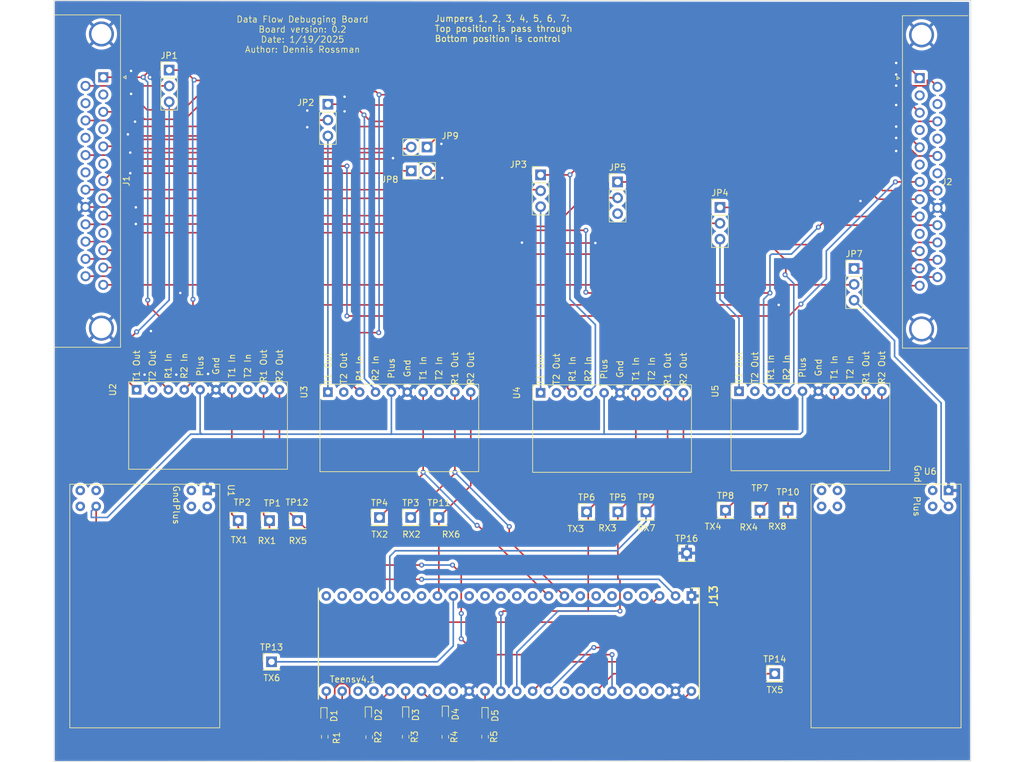
<source format=kicad_pcb>
(kicad_pcb (version 20240108) (generator "pcbnew") (generator_version "8.0")
  (title_block (title "DataFlow2.0") (date "2024-11-10") (rev "Rev0.1") (company "Innovion") (comment 1 "Second attempt at making a PCB") (comment 4 "Author: Dennis Rossman"))
  (layers (0 "F.Cu" signal) (31 "B.Cu" signal) (34 "B.Paste" user) (35 "F.Paste" user) (36 "B.SilkS" user "B.Silkscreen") (37 "F.SilkS" user "F.Silkscreen") (38 "B.Mask" user) (39 "F.Mask" user) (44 "Edge.Cuts" user))
  (net 0 "")
  (net 1 "/RX1")
  (net 2 "Net-(J1-P23)")
  (net 3 "/TX1")
  (net 5 "/RX2")
  (net 6 "/TX2")
  (net 7 "/RX6")
  (net 8 "/RX5")
  (net 9 "Net-(U2-R1_In)")
  (net 10 "/TX5")
  (net 11 "/RX4")
  (net 12 "/TX4")
  (net 13 "/RX3")
  (net 14 "/TX3")
  (net 32 "Net-(D1-K)")
  (net 33 "Net-(J1-P16)")
  (net 36 "Net-(D2-K)")
  (net 37 "Net-(D5-K)")
  (net 38 "Net-(D3-K)")
  (net 41 "Net-(D4-K)")
  (net 47 "Net-(JP9-B)")
  (net 51 "Net-(U3-R1_In)")
  (net 52 "Net-(J1-P22)")
  (net 55 "Net-(JP5-C)")
  (net 56 "Net-(J1-P14)")
  (net 57 "GND")
  (net 58 "Net-(J1-P20)")
  (net 60 "Net-(J1-P18)")
  (net 61 "Net-(U4-R1_In)")
  (net 64 "Net-(U5-R1_In)")
  (net 66 "Net-(J2-P23)")
  (net 68 "Net-(J2-P22)")
  (net 70 "Net-(JP5-A)")
  (net 71 "Net-(J2-P14)")
  (net 75 "Net-(JP9-A)")
  (net 78 "Net-(J2-P18)")
  (net 79 "Net-(J2-P20)")
  (net 80 "Net-(J2-P16)")
  (net 81 "5V")
  (net 82 "Net-(U5-R2_Out)")
  (net 83 "Net-(J13-Pad16)")
  (net 84 "3V3")
  (net 85 "Net-(U4-R2_Out)")
  (net 86 "Net-(JP1-B)")
  (net 87 "Net-(JP2-B)")
  (net 88 "Net-(JP3-B)")
  (net 89 "Net-(JP4-B)")
  (net 107 "Net-(D1-A)")
  (net 108 "Net-(D2-A)")
  (net 109 "Net-(D3-A)")
  (net 110 "Net-(D4-A)")
  (net 111 "Net-(D5-A)")
  (footprint "Resistor_SMD:R_0603_1608Metric" (layer "F.Cu") (at 71.628 131.064 -90)
    (property "Reference" "R2")
    (property "Value" "1k")
  )
  (footprint "Connector_PinHeader_2.54mm:PinHeader_1x03_P2.54mm_Vertical" (layer "F.Cu") (at 111.379 42.164)
    (property "Reference" "JP5")
    (property "Value" "Jumper_3_Bridged12" (hide yes))
  )
  (footprint "Connector_PinHeader_2.54mm:PinHeader_1x01_P2.54mm_Vertical" (layer "F.Cu") (at 115.926 94.996)
    (property "Reference" "TP9")
    (property "Value" "RX7")
  )
  (footprint "Resistor_SMD:R_0603_1608Metric" (layer "F.Cu") (at 64.516 131 -90)
    (property "Reference" "R1")
    (property "Value" "1k")
  )
  (footprint "Misc:PowerPal" (layer "F.Cu") (at 164.338 91.567 -90)
    (property "Reference" "U6")
    (property "Value" "Power")
  )
  (footprint "Connector_PinHeader_2.54mm:PinHeader_1x03_P2.54mm_Vertical" (layer "F.Cu") (at 39.624 24.257)
    (property "Reference" "JP1")
    (property "Value" "Jumper3" (hide yes))
  )
  (footprint "Connector_PinHeader_2.54mm:PinHeader_1x01_P2.54mm_Vertical" (layer "F.Cu") (at 138.651 94.742)
    (property "Reference" "TP10")
    (property "Value" "RX8")
  )
  (footprint "Misc:Max3232" (layer "F.Cu") (at 99.06 75.931 90)
    (property "Reference" "U4")
    (property "Value" "~")
  )
  (footprint "Connector_PinHeader_2.54mm:PinHeader_1x03_P2.54mm_Vertical" (layer "F.Cu") (at 127.762 46.243)
    (property "Reference" "JP4")
    (property "Value" "Jumper3" (hide yes))
  )
  (footprint "Resistor_SMD:R_0603_1608Metric" (layer "F.Cu") (at 90.17 131.001 -90)
    (property "Reference" "R5")
    (property "Value" "1k")
  )
  (footprint "Connector_PinHeader_2.54mm:PinHeader_1x01_P2.54mm_Vertical" (layer "F.Cu") (at 50.673 96.393)
    (property "Reference" "TP2")
    (property "Value" "TX1")
  )
  (footprint "digikey-footprints:LED_0603" (layer "F.Cu") (at 64.389 127.647 -90)
    (property "Reference" "D1")
    (property "Value" "Dose")
  )
  (footprint "digikey-footprints:LED_0603" (layer "F.Cu") (at 71.501 127.508 -90)
    (property "Reference" "D2")
    (property "Value" "AMU")
  )
  (footprint "Connector_Dsub:DSUB-25_Male_Horizontal_P2.77x2.84mm_EdgePinOffset4.94mm_Housed_MountingHolesOffset7.48mm" (layer "F.Cu") (at 29.083 25.4 -90)
    (property "Reference" "J1")
    (property "Value" "DB25_Plug_MountingHoles_Male")
  )
  (footprint "digikey-footprints:LED_0603" (layer "F.Cu") (at 90.17 127.623 -90)
    (property "Reference" "D5")
    (property "Value" "ES")
  )
  (footprint "Connector_Dsub:DSUB-25_Female_Horizontal_P2.77x2.84mm_EdgePinOffset4.94mm_Housed_MountingHolesOffset7.48mm" (layer "F.Cu") (at 159.72 25.539 90)
    (property "Reference" "J2")
    (property "Value" "DB25_Receptacle_MountingHoles_Female")
  )
  (footprint "Connector_PinHeader_2.54mm:PinHeader_1x01_P2.54mm_Vertical" (layer "F.Cu") (at 55.673 96.393)
    (property "Reference" "TP1")
    (property "Value" "RX1")
  )
  (footprint "digikey-footprints:LED_0603" (layer "F.Cu") (at 83.82 127.393 -90)
    (property "Reference" "D4")
    (property "Value" "Vac")
  )
  (footprint "Connector_PinHeader_2.54mm:PinHeader_1x01_P2.54mm_Vertical" (layer "F.Cu") (at 78.279 95.885)
    (property "Reference" "TP3")
    (property "Value" "RX2")
  )
  (footprint "Misc:PowerPal" (layer "F.Cu") (at 45.72 91.567 -90)
    (property "Reference" "U1")
    (property "Value" "Power")
  )
  (footprint "Connector_PinHeader_2.54mm:PinHeader_1x01_P2.54mm_Vertical" (layer "F.Cu") (at 82.779 95.885)
    (property "Reference" "TP11")
    (property "Value" "RX6")
  )
  (footprint "110-43-648-41-001000:DIPS1524W51P254L6096H419Q48N" (layer "F.Cu") (at 123.19 108.458 -90)
    (property "Reference" "J13")
    (property "Value" "110-43-648-41-001000" (hide yes))
  )
  (footprint "Connector_PinHeader_2.54mm:PinHeader_1x01_P2.54mm_Vertical" (layer "F.Cu") (at 136.525 120.904)
    (property "Reference" "TP14")
    (property "Value" "TX5")
  )
  (footprint "Resistor_SMD:R_0603_1608Metric" (layer "F.Cu") (at 83.82 131.012 -90)
    (property "Reference" "R4")
    (property "Value" "1k")
  )
  (footprint "Resistor_SMD:R_0603_1608Metric" (layer "F.Cu") (at 77.47 131 -90)
    (property "Reference" "R3")
    (property "Value" "1k")
  )
  (footprint "Misc:Max3232" (layer "F.Cu") (at 34.417 75.438 90)
    (property "Reference" "U2")
    (property "Value" "~")
  )
  (footprint "Connector_PinHeader_2.54mm:PinHeader_1x01_P2.54mm_Vertical" (layer "F.Cu") (at 111.426 94.996)
    (property "Reference" "TP5")
    (property "Value" "RX3")
  )
  (footprint "Connector_PinHeader_2.54mm:PinHeader_1x01_P2.54mm_Vertical" (layer "F.Cu") (at 122.428 101.6)
    (property "Reference" "TP16")
    (property "Value" "GND")
  )
  (footprint "Connector_PinHeader_2.54mm:PinHeader_1x02_P2.54mm_Vertical" (layer "F.Cu") (at 80.899 36.576 -90)
    (property "Reference" "JP9")
    (property "Value" "Jumper_2_Bridged" (hide yes))
  )
  (footprint "Misc:Max3232" (layer "F.Cu") (at 130.81 75.677 90)
    (property "Reference" "U5")
    (property "Value" "~")
  )
  (footprint "Connector_PinHeader_2.54mm:PinHeader_1x03_P2.54mm_Vertical" (layer "F.Cu") (at 65.024 29.718)
    (property "Reference" "JP2")
    (property "Value" "Jumper_3_Bridged12" (hide yes))
  )
  (footprint "Connector_PinHeader_2.54mm:PinHeader_1x01_P2.54mm_Vertical" (layer "F.Cu") (at 60.173 96.393)
    (property "Reference" "TP12")
    (property "Value" "RX5")
  )
  (footprint "Connector_PinHeader_2.54mm:PinHeader_1x01_P2.54mm_Vertical" (layer "F.Cu") (at 134.151 94.742)
    (property "Reference" "TP7")
    (property "Value" "RX4")
  )
  (footprint "Connector_PinHeader_2.54mm:PinHeader_1x01_P2.54mm_Vertical" (layer "F.Cu") (at 56.007 118.999)
    (property "Reference" "TP13")
    (property "Value" "TX6")
  )
  (footprint "Connector_PinHeader_2.54mm:PinHeader_1x02_P2.54mm_Vertical" (layer "F.Cu") (at 78.359 40.386 90)
    (property "Reference" "JP8")
    (property "Value" "Jumper_2_Bridged" (hide yes))
  )
  (footprint "Connector_PinHeader_2.54mm:PinHeader_1x01_P2.54mm_Vertical" (layer "F.Cu") (at 128.651 94.742)
    (property "Reference" "TP8")
    (property "Value" "TX4")
  )
  (footprint "Misc:Max3232" (layer "F.Cu") (at 65.024 75.819 90)
    (property "Reference" "U3")
    (property "Value" "~")
  )
  (footprint "Connector_PinHeader_2.54mm:PinHeader_1x03_P2.54mm_Vertical" (layer "F.Cu") (at 149.225 56.022)
    (property "Reference" "JP7")
    (property "Value" "Jumper_3_Bridged12" (hide yes))
  )
  (footprint "Connector_PinHeader_2.54mm:PinHeader_1x01_P2.54mm_Vertical" (layer "F.Cu") (at 73.279 95.885)
    (property "Reference" "TP4")
    (property "Value" "TX2")
  )
  (footprint "digikey-footprints:LED_0603" (layer "F.Cu") (at 77.47 127.508 -90)
    (property "Reference" "D3")
    (property "Value" "Beam")
  )
  (footprint "Connector_PinHeader_2.54mm:PinHeader_1x03_P2.54mm_Vertical" (layer "F.Cu") (at 99.06 41.036)
    (property "Reference" "JP3")
    (property "Value" "Jumper3" (hide yes))
  )
  (footprint "Connector_PinHeader_2.54mm:PinHeader_1x01_P2.54mm_Vertical" (layer "F.Cu") (at 106.426 94.996)
    (property "Reference" "TP6")
    (property "Value" "TX3")
  )
  (gr_line (start 21.209 135.001) (end 167.894 134.874) (stroke (width 0.1)) (layer "Edge.Cuts"))
  (gr_line (start 21.209 13.081) (end 167.894 13.081) (stroke (width 0.1)) (layer "Edge.Cuts"))
  (gr_line (start 21.209 13.081) (end 21.209 135.001) (stroke (width 0.1)) (layer "Edge.Cuts"))
  (gr_line (start 167.894 13.081) (end 167.894 134.874) (stroke (width 0.1)) (layer "Edge.Cuts"))
  (gr_text "RX7" (at 114.427 98.171 0) (layer "F.SilkS") (effects (font (size 1 1)) (justify left bottom)))
  (gr_text "RX3" (at 108.204 98.171 0) (layer "F.SilkS") (effects (font (size 1 1)) (justify left bottom)))
  (gr_text "TX6" (at 54.61 122.174 0) (layer "F.SilkS") (effects (font (size 1 1)) (justify left bottom)))
  (gr_text "RX8" (at 135.382 97.917 0) (layer "F.SilkS") (effects (font (size 1 1)) (justify left bottom)))
  (gr_text "TX1" (at 49.403 100.076 0) (layer "F.SilkS") (effects (font (size 1 1)) (justify left bottom)))
  (gr_text "Teensy4.1" (at 69 121.793 0) (layer "F.SilkS") (effects (font (size 1 1))))
  (gr_text "TX3" (at 103.251 98.298 0) (layer "F.SilkS") (effects (font (size 1 1)) (justify left bottom)))
  (gr_text "Data Flow Debugging Board\nBoard version: 0.2\nDate: 1/19/2025\nAuthor: Dennis Rossman" (at 60.96 18.542 0) (layer "F.SilkS") (effects (font (size 1 1) (thickness 0.125))))
  (gr_text "RX2" (at 76.835 99.187 0) (layer "F.SilkS") (effects (font (size 1 1)) (justify left bottom)))
  (gr_text "TX5" (at 135.128 124.079 0) (layer "F.SilkS") (effects (font (size 1 1)) (justify left bottom)))
  (gr_text "RX4" (at 130.81 98.044 0) (layer "F.SilkS") (effects (font (size 1 1)) (justify left bottom)))
  (gr_text "RX5" (at 58.674 100.203 0) (layer "F.SilkS") (effects (font (size 1 1)) (justify left bottom)))
  (gr_text "RX1" (at 53.721 100.203 0) (layer "F.SilkS") (effects (font (size 1 1)) (justify left bottom)))
  (gr_text "Jumpers 1, 2, 3, 4, 5, 6, 7:\nTop position is pass through\nBottom position is control" (at 82.042 19.812 0) (layer "F.SilkS") (effects (font (size 1 1)) (justify left bottom)))
  (gr_text "TX2" (at 71.882 99.187 0) (layer "F.SilkS") (effects (font (size 1 1)) (justify left bottom)))
  (gr_text "TX4" (at 125.222 97.917 0) (layer "F.SilkS") (effects (font (size 1 1)) (justify left bottom)))
  (gr_text "RX6" (at 83.185 99.187 0) (layer "F.SilkS") (effects (font (size 1 1)) (justify left bottom)))
  (segment (start 63.5 105.791) (end 63.373 105.918) (width 0.254) (layer "F.Cu") (net 1))
  (segment (start 55.673 96.393) (end 55.673 98.218) (width 0.254) (layer "F.Cu") (net 1))
  (segment (start 54.737 75.438) (end 54.737 95.457) (width 0.254) (layer "F.Cu") (net 1))
  (segment (start 54.737 95.457) (end 55.673 96.393) (width 0.254) (layer "F.Cu") (net 1))
  (segment (start 80.01 105.791) (end 63.5 105.791) (width 0.254) (layer "F.Cu") (net 1))
  (segment (start 55.673 98.218) (end 63.373 105.918) (width 0.254) (layer "F.Cu") (net 1))
  (via (at 80.01 105.791) (size 0.8) (drill 0.4) (layers "F.Cu" "B.Cu") (net 1))
  (segment (start 117.983 105.791) (end 120.65 108.458) (width 0.254) (layer "B.Cu") (net 1))
  (segment (start 80.01 105.791) (end 117.983 105.791) (width 0.254) (layer "B.Cu") (net 1))
  (segment (start 34.141 57.255) (end 34.163 57.277) (width 0.254) (layer "F.Cu") (net 2))
  (segment (start 29.083 53.1) (end 34.149 53.1) (width 0.254) (layer "F.Cu") (net 2))
  (segment (start 149.147 58.64) (end 149.225 58.562) (width 0.254) (layer "F.Cu") (net 2))
  (segment (start 29.083 55.87) (end 34.153 55.87) (width 0.254) (layer "F.Cu") (net 2))
  (segment (start 34.153 55.87) (end 34.163 55.88) (width 0.254) (layer "F.Cu") (net 2))
  (segment (start 34.149 53.1) (end 34.163 53.086) (width 0.254) (layer "F.Cu") (net 2))
  (segment (start 34.163 58.64) (end 149.147 58.64) (width 0.254) (layer "F.Cu") (net 2))
  (segment (start 34.163 55.88) (end 34.163 57.277) (width 0.254) (layer "F.Cu") (net 2))
  (segment (start 29.083 58.64) (end 34.163 58.64) (width 0.254) (layer "F.Cu") (net 2))
  (segment (start 34.163 51.689) (end 34.163 53.086) (width 0.254) (layer "F.Cu") (net 2))
  (segment (start 34.137 51.715) (end 34.163 51.689) (width 0.254) (layer "F.Cu") (net 2))
  (segment (start 34.163 54.356) (end 34.163 55.88) (width 0.254) (layer "F.Cu") (net 2))
  (segment (start 26.243 57.255) (end 34.141 57.255) (width 0.254) (layer "F.Cu") (net 2))
  (segment (start 26.243 54.485) (end 34.034 54.485) (width 0.254) (layer "F.Cu") (net 2))
  (segment (start 34.163 57.277) (end 34.163 58.64) (width 0.254) (layer "F.Cu") (net 2))
  (segment (start 34.163 53.086) (end 34.163 54.356) (width 0.254) (layer "F.Cu") (net 2))
  (segment (start 34.034 54.485) (end 34.163 54.356) (width 0.254) (layer "F.Cu") (net 2))
  (segment (start 26.243 51.715) (end 34.137 51.715) (width 0.254) (layer "F.Cu") (net 2))
  (segment (start 49.657 95.377) (end 50.673 96.393) (width 0.254) (layer "F.Cu") (net 3))
  (segment (start 49.657 75.438) (end 49.657 95.377) (width 0.254) (layer "F.Cu") (net 3))
  (segment (start 50.673 96.393) (end 50.673 97.536) (width 0.254) (layer "F.Cu") (net 3))
  (segment (start 50.673 97.536) (end 65.786 112.649) (width 0.254) (layer "F.Cu") (net 3))
  (segment (start 113.919 112.649) (end 118.11 108.458) (width 0.254) (layer "F.Cu") (net 3))
  (segment (start 65.786 112.649) (end 113.919 112.649) (width 0.254) (layer "F.Cu") (net 3))
  (segment (start 85.344 88.82) (end 78.279 95.885) (width 0.254) (layer "F.Cu") (net 5))
  (segment (start 94.0435 99.6315) (end 102.87 108.458) (width 0.254) (layer "F.Cu") (net 5))
  (segment (start 85.344 75.819) (end 85.344 88.646) (width 0.254) (layer "F.Cu") (net 5))
  (segment (start 94.0435 97.3455) (end 94.0435 99.6315) (width 0.254) (layer "F.Cu") (net 5))
  (segment (start 85.344 88.646) (end 85.344 88.82) (width 0.254) (layer "F.Cu") (net 5))
  (via (at 94.0435 97.3455) (size 0.8) (drill 0.4) (layers "F.Cu" "B.Cu") (net 5))
  (via (at 85.344 88.646) (size 0.8) (drill 0.4) (layers "F.Cu" "B.Cu") (net 5))
  (segment (start 85.344 88.646) (end 94.0435 97.3455) (width 0.254) (layer "B.Cu") (net 5))
  (segment (start 94.0435 97.3455) (end 94.107 97.409) (width 0.254) (layer "B.Cu") (net 5))
  (segment (start 88.9 97.155) (end 89.027 97.155) (width 0.254) (layer "F.Cu") (net 6))
  (segment (start 80.264 88.646) (end 80.264 88.9) (width 0.254) (layer "F.Cu") (net 6))
  (segment (start 80.264 88.9) (end 73.279 95.885) (width 0.254) (layer "F.Cu") (net 6))
  (segment (start 89.027 97.155) (end 100.33 108.458) (width 0.254) (layer "F.Cu") (net 6))
  (segment (start 80.264 75.819) (end 80.264 88.646) (width 0.254) (layer "F.Cu") (net 6))
  (via (at 88.9 97.155) (size 0.8) (drill 0.4) (layers "F.Cu" "B.Cu") (net 6))
  (via (at 80.264 88.646) (size 0.8) (drill 0.4) (layers "F.Cu" "B.Cu") (net 6))
  (segment (start 88.773 97.155) (end 88.9 97.155) (width 0.254) (layer "B.Cu") (net 6))
  (segment (start 80.264 88.646) (end 88.773 97.155) (width 0.254) (layer "B.Cu") (net 6))
  (segment (start 87.884 90.78) (end 82.779 95.885) (width 0.254) (layer "F.Cu") (net 7))
  (segment (start 82.779 108.229) (end 82.55 108.458) (width 0.254) (layer "F.Cu") (net 7))
  (segment (start 87.884 75.819) (end 87.884 90.78) (width 0.254) (layer "F.Cu") (net 7))
  (segment (start 82.779 95.885) (end 82.779 108.229) (width 0.254) (layer "F.Cu") (net 7))
  (segment (start 57.277 93.497) (end 60.173 96.393) (width 0.254) (layer "F.Cu") (net 8))
  (segment (start 86.36 115.316) (end 88.9 117.856) (width 0.254) (layer "F.Cu") (net 8))
  (segment (start 60.173 96.393) (end 60.198 96.393) (width 0.254) (layer "F.Cu") (net 8))
  (segment (start 57.277 75.438) (end 57.277 93.497) (width 0.254) (layer "F.Cu") (net 8))
  (segment (start 67.31 103.505) (end 80.01 103.505) (width 0.254) (layer "F.Cu") (net 8))
  (segment (start 86.36 109.728) (end 86.36 111.252) (width 0.254) (layer "F.Cu") (net 8))
  (segment (start 60.198 96.393) (end 67.31 103.505) (width 0.254) (layer "F.Cu") (net 8))
  (segment (start 86.36 104.902) (end 86.36 109.728) (width 0.254) (layer "F.Cu") (net 8))
  (segment (start 84.963 103.505) (end 86.36 104.902) (width 0.254) (layer "F.Cu") (net 8))
  (segment (start 110.49 117.856) (end 88.9 117.856) (width 0.254) (layer "F.Cu") (net 8))
  (via (at 86.36 111.252) (size 0.8) (drill 0.4) (layers "F.Cu" "B.Cu") (net 8))
  (via (at 110.49 117.856) (size 0.8) (drill 0.4) (layers "F.Cu" "B.Cu") (net 8))
  (via (at 80.01 103.505) (size 0.8) (drill 0.4) (layers "F.Cu" "B.Cu") (net 8))
  (via (at 86.36 115.316) (size 0.8) (drill 0.4) (layers "F.Cu" "B.Cu") (net 8))
  (via (at 84.963 103.505) (size 0.8) (drill 0.4) (layers "F.Cu" "B.Cu") (net 8))
  (segment (start 86.36 111.252) (end 86.36 115.316) (width 0.254) (layer "B.Cu") (net 8))
  (segment (start 80.01 103.505) (end 84.963 103.505) (width 0.254) (layer "B.Cu") (net 8))
  (segment (start 110.49 123.698) (end 110.49 117.856) (width 0.254) (layer "B.Cu") (net 8))
  (segment (start 110.49 117.856) (end 110.49 117.729) (width 0.254) (layer "B.Cu") (net 8))
  (segment (start 36.195 24.604657) (end 36.195 20.32) (width 0.254) (layer "F.Cu") (net 9))
  (segment (start 36.195 20.32) (end 37.592 18.923) (width 0.254) (layer "F.Cu") (net 9))
  (segment (start 37.592 18.923) (end 42.799 18.923) (width 0.254) (layer "F.Cu") (net 9))
  (segment (start 35.471197 25.4) (end 35.7442 25.126997) (width 0.254) (layer "F.Cu") (net 9))
  (segment (start 36.195 61.849) (end 38.481 64.135) (width 0.254) (layer "F.Cu") (net 9))
  (segment (start 38.481 74.422) (end 39.497 75.438) (width 0.254) (layer "F.Cu") (net 9))
  (segment (start 42.799 18.923) (end 48.006 24.13) (width 0.254) (layer "F.Cu") (net 9))
  (segment (start 35.7442 25.055457) (end 36.195 24.604657) (width 0.254) (layer "F.Cu") (net 9))
  (segment (start 35.7442 25.126997) (end 35.7442 25.055457) (width 0.254) (layer "F.Cu") (net 9))
  (segment (start 35.471197 25.4) (end 29.083 25.4) (width 0.254) (layer "F.Cu") (net 9))
  (segment (start 38.481 64.135) (end 38.481 74.422) (width 0.254) (layer "F.Cu") (net 9))
  (segment (start 158.311 24.13) (end 159.72 25.539) (width 0.254) (layer "F.Cu") (net 9))
  (segment (start 48.006 24.13) (end 158.311 24.13) (width 0.254) (layer "F.Cu") (net 9))
  (segment (start 36.195 61.087) (end 36.195 61.849) (width 0.254) (layer "F.Cu") (net 9))
  (via (at 36.195 61.087) (size 0.8) (drill 0.4) (layers "F.Cu" "B.Cu") (net 9))
  (via (at 35.471197 25.4) (size 0.8) (drill 0.4) (layers "F.Cu" "B.Cu") (net 9))
  (segment (start 35.7442 25.744543) (end 36.195 26.195343) (width 0.254) (layer "B.Cu") (net 9))
  (segment (start 36.195 26.195343) (end 36.195 61.087) (width 0.254) (layer "B.Cu") (net 9))
  (segment (start 35.7442 25.673003) (end 35.7442 25.744543) (width 0.254) (layer "B.Cu") (net 9))
  (segment (start 35.471197 25.4) (end 35.7442 25.673003) (width 0.254) (layer "B.Cu") (net 9))
  (segment (start 110.744 120.904) (end 107.95 123.698) (width 0.254) (layer "F.Cu") (net 10))
  (segment (start 136.525 120.904) (end 110.744 120.904) (width 0.254) (layer "F.Cu") (net 10))
  (segment (start 129.159 118.999) (end 134.151 114.007) (width 0.254) (layer "F.Cu") (net 11))
  (segment (start 137.287 92.329) (end 136.564 92.329) (width 0.254) (layer "F.Cu") (net 11))
  (segment (start 102.489 118.999) (end 129.159 118.999) (width 0.254) (layer "F.Cu") (net 11))
  (segment (start 151.13 75.677) (end 151.13 78.486) (width 0.254) (layer "F.Cu") (net 11))
  (segment (start 136.564 92.329) (end 134.151 94.742) (width 0.254) (layer "F.Cu") (net 11))
  (segment (start 97.79 123.698) (end 102.489 118.999) (width 0.254) (layer "F.Cu") (net 11))
  (segment (start 134.151 114.007) (end 134.151 94.742) (width 0.254) (layer "F.Cu") (net 11))
  (segment (start 151.13 78.486) (end 137.287 92.329) (width 0.254) (layer "F.Cu") (net 11))
  (segment (start 128.651 114.427) (end 128.651 94.742) (width 0.254) (layer "F.Cu") (net 12))
  (segment (start 146.05 81.026) (end 135.001 92.075) (width 0.254) (layer "F.Cu") (net 12))
  (segment (start 107.569 116.713) (end 126.365 116.713) (width 0.254) (layer "F.Cu") (net 12))
  (segment (start 135.001 92.075) (end 131.318 92.075) (width 0.254) (layer "F.Cu") (net 12))
  (segment (start 131.318 92.075) (end 128.651 94.742) (width 0.254) (layer "F.Cu") (net 12))
  (segment (start 146.05 75.677) (end 146.05 81.026) (width 0.254) (layer "F.Cu") (net 12))
  (segment (start 126.365 116.713) (end 128.651 114.427) (width 0.254) (layer "F.Cu") (net 12))
  (via (at 107.569 116.713) (size 0.8) (drill 0.4) (layers "F.Cu" "B.Cu") (net 12))
  (segment (start 107.569 116.713) (end 107.315 116.713) (width 0.254) (layer "B.Cu") (net 12))
  (segment (start 107.315 116.713) (end 100.33 123.698) (width 0.254) (layer "B.Cu") (net 12))
  (segment (start 111.76 105.918) (end 111.76 110.871) (width 0.254) (layer "F.Cu") (net 13))
  (segment (start 111.426 94.996) (end 111.426 105.584) (width 0.254) (layer "F.Cu") (net 13))
  (segment (start 111.426 105.584) (end 111.76 105.918) (width 0.254) (layer "F.Cu") (net 13))
  (segment (start 119.38 75.931) (end 119.38 87.042) (width 0.254) (layer "F.Cu") (net 13))
  (segment (start 119.38 87.042) (end 111.426 94.996) (width 0.254) (layer "F.Cu") (net 13))
  (via (at 111.76 110.871) (size 0.8) (drill 0.4) (layers "F.Cu" "B.Cu") (net 13))
  (segment (start 95.25 123.698) (end 95.25 117.475) (width 0.254) (layer "B.Cu") (net 13))
  (segment (start 95.25 117.475) (end 101.854 110.871) (width 0.254) (layer "B.Cu") (net 13))
  (segment (start 101.854 110.871) (end 111.76 110.871) (width 0.254) (layer "B.Cu") (net 13))
  (segment (start 106.426 94.996) (end 106.68 95.25) (width 0.254) (layer "F.Cu") (net 14))
  (segment (start 114.3 87.122) (end 106.426 94.996) (width 0.254) (layer "F.Cu") (net 14))
  (segment (start 106.68 95.25) (end 106.68 110.871) (width 0.254) (layer "F.Cu") (net 14))
  (segment (start 114.3 75.931) (end 114.3 87.122) (width 0.254) (layer "F.Cu") (net 14))
  (segment (start 93.091 110.871) (end 92.71 111.252) (width 0.254) (layer "F.Cu") (net 14))
  (segment (start 106.68 110.871) (end 93.091 110.871) (width 0.254) (layer "F.Cu") (net 14))
  (via (at 92.71 111.252) (size 0.8) (drill 0.4) (layers "F.Cu" "B.Cu") (net 14))
  (segment (start 92.71 111.252) (end 92.71 111.125) (width 0.254) (layer "B.Cu") (net 14))
  (segment (start 92.71 123.698) (end 92.71 111.252) (width 0.254) (layer "B.Cu") (net 14))
  (segment (start 64.77 123.698) (end 64.77 126.516) (width 0.254) (layer "F.Cu") (net 32))
  (segment (start 64.77 126.516) (end 64.389 126.897) (width 0.254) (layer "F.Cu") (net 32))
  (segment (start 26.243 32.325) (end 32.325 32.325) (width 0.254) (layer "F.Cu") (net 33))
  (segment (start 64.957 32.325) (end 65.024 32.258) (width 0.254) (layer "F.Cu") (net 33))
  (segment (start 58.547 32.258) (end 65.024 32.258) (width 0.254) (layer "F.Cu") (net 33))
  (segment (start 56.007 34.798) (end 58.547 32.258) (width 0.254) (layer "F.Cu") (net 33))
  (segment (start 32.325 32.325) (end 34.798 34.798) (width 0.254) (layer "F.Cu") (net 33))
  (segment (start 34.798 34.798) (end 56.007 34.798) (width 0.254) (layer "F.Cu") (net 33))
  (segment (start 71.87 126.758) (end 71.501 126.758) (width 0.254) (layer "F.Cu") (net 36))
  (segment (start 74.93 123.698) (end 71.87 126.758) (width 0.254) (layer "F.Cu") (net 36))
  (segment (start 90.17 123.698) (end 90.17 126.873) (width 0.254) (layer "F.Cu") (net 37))
  (segment (start 77.47 123.698) (end 77.47 126.758) (width 0.254) (layer "F.Cu") (net 38))
  (segment (start 80.01 123.698) (end 82.955 126.643) (width 0.254) (layer "F.Cu") (net 41))
  (segment (start 82.955 126.643) (end 83.82 126.643) (width 0.254) (layer "F.Cu") (net 41))
  (segment (start 78.105 36.83) (end 78.359 36.576) (width 0.254) (layer "F.Cu") (net 47))
  (segment (start 29.114 36.449) (end 33.909 36.449) (width 0.254) (layer "F.Cu") (net 47))
  (segment (start 33.909 36.449) (end 34.29 36.83) (width 0.254) (layer "F.Cu") (net 47))
  (segment (start 29.083 36.48) (end 29.114 36.449) (width 0.254) (layer "F.Cu") (net 47))
  (segment (start 34.29 36.83) (end 78.105 36.83) (width 0.254) (layer "F.Cu") (net 47))
  (segment (start 35.687 32.131) (end 42.164 32.131) (width 0.254) (layer "F.Cu") (net 51))
  (segment (start 46.609 27.686) (end 72.7075 27.686) (width 0.254) (layer "F.Cu") (net 51))
  (segment (start 29.083 30.94) (end 34.496 30.94) (width 0.254) (layer "F.Cu") (net 51))
  (segment (start 72.7075 27.686) (end 73.2155 28.194) (width 0.254) (layer "F.Cu") (net 51))
  (segment (start 67.945 73.66) (end 67.945 66.294) (width 0.254) (layer "F.Cu") (net 51))
  (segment (start 34.496 30.94) (end 35.687 32.131) (width 0.254) (layer "F.Cu") (net 51))
  (segment (start 67.945 66.294) (end 73.152 66.294) (width 0.254) (layer "F.Cu") (net 51))
  (segment (start 73.2155 28.194) (end 156.835 28.194) (width 0.254) (layer "F.Cu") (net 51))
  (segment (start 70.104 75.819) (end 67.945 73.66) (width 0.254) (layer "F.Cu") (net 51))
  (segment (start 42.164 32.131) (end 46.609 27.686) (width 0.254) (layer "F.Cu") (net 51))
  (segment (start 156.835 28.194) (end 159.72 31.079) (width 0.254) (layer "F.Cu") (net 51))
  (via (at 73.152 66.294) (size 0.8) (drill 0.4) (layers "F.Cu" "B.Cu") (net 51))
  (via (at 73.2155 28.194) (size 0.8) (drill 0.4) (layers "F.Cu" "B.Cu") (net 51))
  (segment (start 73.2155 66.2305) (end 73.152 66.294) (width 0.254) (layer "B.Cu") (net 51))
  (segment (start 73.2155 28.194) (end 73.2155 66.2305) (width 0.254) (layer "B.Cu") (net 51))
  (segment (start 33.147 50.292) (end 91.821 50.292) (width 0.254) (layer "F.Cu") (net 52))
  (segment (start 31.8 48.945) (end 33.147 50.292) (width 0.254) (layer "F.Cu") (net 52))
  (segment (start 118.095 48.783) (end 127.762 48.783) (width 0.254) (layer "F.Cu") (net 52))
  (segment (start 95.25 53.721) (end 113.157 53.721) (width 0.254) (layer "F.Cu") (net 52))
  (segment (start 113.157 53.721) (end 118.095 48.783) (width 0.254) (layer "F.Cu") (net 52))
  (segment (start 91.821 50.292) (end 95.25 53.721) (width 0.254) (layer "F.Cu") (net 52))
  (segment (start 26.243 48.945) (end 31.8 48.945) (width 0.254) (layer "F.Cu") (net 52))
  (segment (start 96.393 49.276) (end 101.219 49.276) (width 0.254) (layer "F.Cu") (net 55))
  (segment (start 105.791 44.704) (end 111.379 44.704) (width 0.254) (layer "F.Cu") (net 55))
  (segment (start 29.083 44.79) (end 91.907 44.79) (width 0.254) (layer "F.Cu") (net 55))
  (segment (start 101.219 49.276) (end 105.791 44.704) (width 0.254) (layer "F.Cu") (net 55))
  (segment (start 91.907 44.79) (end 96.393 49.276) (width 0.254) (layer "F.Cu") (net 55))
  (segment (start 26.243 26.785) (end 39.612 26.785) (width 0.254) (layer "F.Cu") (net 56))
  (segment (start 39.612 26.785) (end 39.624 26.797) (width 0.254) (layer "F.Cu") (net 56))
  (segment (start 70.005262 29.845) (end 155.956 29.845) (width 0.254) (layer "F.Cu") (net 57))
  (segment (start 155.956 23.114) (end 48.387 23.114) (width 0.254) (layer "F.Cu") (net 57))
  (segment (start 55.88 33.274) (end 58.42 30.734) (width 0.254) (layer "F.Cu") (net 57))
  (segment (start 82.804 42.418) (end 83.312 41.91) (width 0.254) (layer "F.Cu") (net 57))
  (segment (start 41.8982 30.6188) (end 36.0798 30.6188) (width 0.254) (layer "F.Cu") (net 57))
  (segment (start 137.16 61.849) (end 46.609 61.849) (width 0.254) (layer "F.Cu") (net 57))
  (segment (start 112.522 51.943) (end 107.823 51.943) (width 0.254) (layer "F.Cu") (net 57))
  (segment (start 155.956 26.7398) (end 45.7772 26.7398) (width 0.254) (layer "F.Cu") (net 57))
  (segment (start 33.02 34.544) (end 33.8328 35.3568) (width 0.254) (layer "F.Cu") (net 57))
  (segment (start 96.0755 51.8795) (end 93.091 48.895) (width 0.254) (layer "F.Cu") (net 57))
  (segment (start 122.174 47.117) (end 117.348 47.117) (width 0.254) (layer "F.Cu") (net 57))
  (segment (start 155.956 24.9618) (end 47.1868 24.9618) (width 0.254) (layer "F.Cu") (net 57))
  (segment (start 48.387 23.114) (end 43.18 17.907) (width 0.254) (layer "F.Cu") (net 57))
  (segment (start 155.956 37.211) (end 89.154 37.211) (width 0.254) (layer "F.Cu") (net 57))
  (segment (start 75.311 40.767) (end 76.962 42.418) (width 0.254) (layer "F.Cu") (net 57))
  (segment (start 35.179 19.939) (end 35.179 24.003) (width 0.254) (layer "F.Cu") (net 57))
  (segment (start 45.847 62.611) (end 45.847 72.771) (width 0.254) (layer "F.Cu") (net 57))
  (segment (start 35.179 24.003) (end 34.798 24.384) (width 0.254) (layer "F.Cu") (net 57))
  (segment (start 26.243 46.175) (end 34.237 46.175) (width 0.254) (layer "F.Cu") (net 57))
  (segment (start 96.139 51.943) (end 107.823 51.943) (width 0.254) (layer "F.Cu") (net 57))
  (segment (start 45.7772 26.7398) (end 41.8982 30.6188) (width 0.254) (layer "F.Cu") (net 57))
  (segment (start 89.154 37.211) (end 84.836 41.529) (width 0.254) (layer "F.Cu") (net 57))
  (segment (start 74.549 37.465) (end 75.438 38.354) (width 0.254) (layer "F.Cu") (net 57))
  (segment (start 35.687 73.025) (end 35.687 67.056) (width 0.254) (layer "F.Cu") (net 57))
  (segment (start 117.348 47.117) (end 112.522 51.943) (width 0.254) (layer "F.Cu") (net 57))
  (segment (start 46.609 61.849) (end 45.847 62.611) (width 0.254) (layer "F.Cu") (net 57))
  (segment (start 33.8328 35.3568) (end 59.7662 35.3568) (width 0.254) (layer "F.Cu") (net 57))
  (segment (start 43.18 17.907) (end 38.1 17.907) (width 0.254) (layer "F.Cu") (net 57))
  (segment (start 93.091 48.895) (end 34.29 48.895) (width 0.254) (layer "F.Cu") (net 57))
  (segment (start 155.956 35.1218) (end 86.7982 35.1218) (width 0.254) (layer "F.Cu") (net 57))
  (segment (start 34.163 32.512) (end 34.925 33.274) (width 0.254) (layer "F.Cu") (net 57))
  (segment (start 38.1 20.701) (end 37.211 21.59) (width 0.254) (layer "F.Cu") (net 57))
  (segment (start 76.962 42.418) (end 82.804 42.418) (width 0.254) (layer "F.Cu") (net 57))
  (segment (start 37.211 21.59) (end 37.211 24.765) (width 0.254) (layer "F.Cu") (net 57))
  (segment (start 41.402 61.595) (end 41.402 60.071) (width 0.254) (layer "F.Cu") (net 57))
  (segment (start 34.925 33.274) (end 55.88 33.274) (width 0.254) (layer "F.Cu") (net 57))
  (segment (start 85.852 36.068) (end 83.185 36.068) (width 0.254) (layer "F.Cu") (net 57))
  (segment (start 37.211 17.907) (end 35.179 19.939) (width 0.254) (layer "F.Cu") (net 57))
  (segment (start 37.211 24.765) (end 36.576 25.4) (width 0.254) (layer "F.Cu") (net 57))
  (segment (start 125.603 43.688) (end 122.174 47.117) (width 0.254) (layer "F.Cu") (net 57))
  (segment (start 70.1258 33.2958) (end 67.691 30.861) (width 0.254) (layer "F.Cu") (net 57))
  (segment (start 36.0798 30.6188) (end 33.528 28.067) (width 0.254) (layer "F.Cu") (net 57))
  (segment (start 150.241 45.212) (end 134.366 45.212) (width 0.254) (layer "F.Cu") (net 57))
  (segment (start 86.7982 35.1218) (end 85.852 36.068) (width 0.254) (layer "F.Cu") (net 57))
  (segment (start 67.691 28.5178) (end 68.678062 28.5178) (width 0.254) (layer "F.Cu") (net 57))
  (segment (start 42.926 20.701) (end 38.1 20.701) (width 0.254) (layer "F.Cu") (net 57))
  (segment (start 96.0755 51.8795) (end 96.139 51.943) (width 0.254) (layer "F.Cu") (net 57))
  (segment (start 34.237 46.175) (end 34.29 46.228) (width 0.254) (layer "F.Cu") (net 57))
  (segment (start 33.401 40.767) (end 75.311 40.767) (width 0.254) (layer "F.Cu") (net 57))
  (segment (start 155.956 33.2958) (end 70.1258 33.2958) (width 0.254) (layer "F.Cu") (net 57))
  (segment (start 58.42 30.734) (end 61.722 30.734) (width 0.254) (layer "F.Cu") (net 57))
  (segment (start 38.1 17.907) (end 37.211 17.907) (width 0.254) (layer "F.Cu") (net 57))
  (segment (start 40.767 62.23) (end 41.402 61.595) (width 0.254) (layer "F.Cu") (net 57))
  (segment (start 83.312 41.91) (end 83.312 41.529) (width 0.254) (layer "F.Cu") (net 57))
  (segment (start 134.366 45.212) (end 132.842 43.688) (width 0.254) (layer "F.Cu") (net 57))
  (segment (start 84.836 41.529) (end 83.312 41.529) (width 0.254) (layer "F.Cu") (net 57))
  (segment (start 34.798 24.384) (end 33.655 24.384) (width 0.254) (layer "F.Cu") (net 57))
  (segment (start 59.7662 35.3568) (end 61.722 33.401) (width 0.254) (layer "F.Cu") (net 57))
  (segment (start 33.401 37.465) (end 74.549 37.465) (width 0.254) (layer "F.Cu") (net 57))
  (segment (start 132.842 43.688) (end 125.603 43.688) (width 0.254) (layer "F.Cu") (net 57))
  (segment (start 40.767 73.025) (end 40.767 62.23) (width 0.254) (layer "F.Cu") (net 57))
  (segment (start 35.687 67.056) (end 36.703 66.04) (width 0.254) (layer "F.Cu") (net 57))
  (segment (start 68.678062 28.5178) (end 70.005262 29.845) (width 0.254) (layer "F.Cu") (net 57))
  (segment (start 47.1868 24.9618) (end 42.926 20.701) (width 0.254) (layer "F.Cu") (net 57))
  (via (at 155.956 35.1218) (size 0.8) (drill 0.4) (layers "F.Cu" "B.Cu") (net 57))
  (via (at 33.401 40.767) (size 0.8) (drill 0.4) (layers "F.Cu" "B.Cu") (net 57))
  (via (at 40.767 73.025) (size 0.8) (drill 0.4) (layers "F.Cu" "B.Cu") (net 57))
  (via (at 107.823 51.943) (size 0.8) (drill 0.4) (layers "F.Cu" "B.Cu") (net 57))
  (via (at 36.703 66.04) (size 0.8) (drill 0.4) (layers "F.Cu" "B.Cu") (net 57))
  (via (at 61.722 30.734) (size 0.8) (drill 0.4) (layers "F.Cu" "B.Cu") (net 57))
  (via (at 33.401 37.465) (size 0.8) (drill 0.4) (layers "F.Cu" "B.Cu") (net 57))
  (via (at 33.02 34.544) (size 0.8) (drill 0.4) (layers "F.Cu" "B.Cu") (net 57))
  (via (at 155.956 37.211) (size 0.8) (drill 0.4) (layers "F.Cu" "B.Cu") (net 57))
  (via (at 155.956 33.2958) (size 0.8) (drill 0.4) (layers "F.Cu" "B.Cu") (net 57))
  (via (at 35.687 73.025) (size 0.8) (drill 0.4) (layers "F.Cu" "B.Cu") (net 57))
  (via (at 83.185 36.068) (size 0.8) (drill 0.4) (layers "F.Cu" "B.Cu") (net 57))
  (via (at 67.691 28.5178) (size 0.8) (drill 0.4) (layers "F.Cu" "B.Cu") (net 57))
  (via (at 75.438 38.354) (size 0.8) (drill 0.4) (layers "F.Cu" "B.Cu") (net 57))
  (via (at 155.956 26.7398) (size 0.8) (drill 0.4) (layers "F.Cu" "B.Cu") (net 57))
  (via (at 34.29 48.895) (size 0.8) (drill 0.4) (layers "F.Cu" "B.Cu") (net 57))
  (via (at 61.722 33.401) (size 0.8) (drill 0.4) (layers "F.Cu" "B.Cu") (net 57))
  (via (at 137.16 61.849) (size 0.8) (drill 0.4) (layers "F.Cu" "B.Cu") (net 57))
  (via (at 41.402 59.944) (size 0.8) (drill 0.4) (layers "F.Cu" "B.Cu") (net 57))
  (via (at 83.312 41.529) (size 0.8) (drill 0.4) (layers "F.Cu" "B.Cu") (net 57))
  (via (at 34.163 32.512) (size 0.8) (drill 0.4) (layers "F.Cu" "B.Cu") (net 57))
  (via (at 155.956 29.845) (size 0.8) (drill 0.4) (layers "F.Cu" "B.Cu") (net 57))
  (via (at 45.847 72.898) (size 0.8) (drill 0.4) (layers "F.Cu" "B.Cu") (net 57))
  (via (at 33.528 24.384) (size 0.8) (drill 0.4) (layers "F.Cu" "B.Cu") (net 57))
  (via (at 67.691 30.861) (size 0.8) (drill 0.4) (layers "F.Cu" "B.Cu") (net 57))
  (via (at 155.956 23.114) (size 0.8) (drill 0.4) (layers "F.Cu" "B.Cu") (net 57))
  (via (at 36.576 25.4) (size 0.8) (drill 0.4) (layers "F.Cu" "B.Cu") (net 57))
  (via (at 33.528 28.067) (size 0.8) (drill 0.4) (layers "F.Cu" "B.Cu") (net 57))
  (via (at 34.29 46.228) (size 0.8) (drill 0.4) (layers "F.Cu" "B.Cu") (net 57))
  (via (at 96.0755 51.8795) (size 0.8) (drill 0.4) (layers "F.Cu" "B.Cu") (net 57))
  (via (at 155.956 24.9618) (size 0.8) (drill 0.4) (layers "F.Cu" "B.Cu") (net 57))
  (via (at 150.241 45.212) (size 0.8) (drill 0.4) (layers "F.Cu" "B.Cu") (net 57))
  (segment (start 33.528 28.067) (end 33.655 28.067) (width 0.254) (layer "B.Cu") (net 57))
  (segment (start 26.243 43.405) (end 98.889 43.405) (width 0.254) (layer "F.Cu") (net 58))
  (segment (start 98.889 43.405) (end 99.06 43.576) (width 0.254) (layer "F.Cu") (net 58))
  (segment (start 74.388657 38.481) (end 76.293657 40.386) (width 0.254) (layer "F.Cu") (net 60))
  (segment (start 33.02 38.481) (end 74.388657 38.481) (width 0.254) (layer "F.Cu") (net 60))
  (segment (start 76.293657 40.386) (end 78.359 40.386) (width 0.254) (layer "F.Cu") (net 60))
  (segment (start 32.404 37.865) (end 33.02 38.481) (width 0.254) (layer "F.Cu") (net 60))
  (segment (start 26.243 37.865) (end 32.404 37.865) (width 0.254) (layer "F.Cu") (net 60))
  (segment (start 103.378 64.516) (end 104.14 63.754) (width 0.254) (layer "F.Cu") (net 61))
  (segment (start 68.072 63.627) (end 104.013 63.627) (width 0.254) (layer "F.Cu") (net 61))
  (segment (start 104.14 63.754) (end 104.267 63.627) (width 0.254) (layer "F.Cu") (net 61))
  (segment (start 155.834 42.159) (end 155.829 42.164) (width 0.254) (layer "F.Cu") (net 61))
  (segment (start 159.72 42.159) (end 155.834 42.159) (width 0.254) (layer "F.Cu") (net 61))
  (segment (start 138.811 63.627) (end 140.716 61.722) (width 0.254) (layer "F.Cu") (net 61))
  (segment (start 103.378 75.169) (end 103.378 64.516) (width 0.254) (layer "F.Cu") (net 61))
  (segment (start 104.267 63.627) (end 138.811 63.627) (width 0.254) (layer "F.Cu") (net 61))
  (segment (start 31.479 39.624) (end 29.083 42.02) (width 0.254) (layer "F.Cu") (net 61))
  (segment (start 104.14 75.931) (end 103.378 75.169) (width 0.254) (layer "F.Cu") (net 61))
  (segment (start 68.072 39.624) (end 31.479 39.624) (width 0.254) (layer "F.Cu") (net 61))
  (segment (start 104.013 63.627) (end 104.14 63.754) (width 0.254) (layer "F.Cu") (net 61))
  (via (at 68.072 63.627) (size 0.8) (drill 0.4) (layers "F.Cu" "B.Cu") (net 61))
  (via (at 155.829 42.164) (size 0.8) (drill 0.4) (layers "F.Cu" "B.Cu") (net 61))
  (via (at 140.716 61.722) (size 0.8) (drill 0.4) (layers "F.Cu" "B.Cu") (net 61))
  (via (at 68.072 39.624) (size 0.8) (drill 0.4) (layers "F.Cu" "B.Cu") (net 61))
  (segment (start 68.072 39.624) (end 68.072 63.627) (width 0.254) (layer "B.Cu") (net 61))
  (segment (start 68.072 63.627) (end 68.199 63.754) (width 0.254) (layer "B.Cu") (net 61))
  (segment (start 144.78 53.213) (end 155.829 42.164) (width 0.254) (layer "B.Cu") (net 61))
  (segment (start 144.78 57.658) (end 144.78 53.213) (width 0.254) (layer "B.Cu") (net 61))
  (segment (start 140.716 61.722) (end 144.78 57.658) (width 0.254) (layer "B.Cu") (net 61))
  (segment (start 135.763 59.944) (end 106.426 59.944) (width 0.254) (layer "F.Cu") (net 64))
  (segment (start 159.72 47.699) (end 145.214 47.699) (width 0.254) (layer "F.Cu") (net 64))
  (segment (start 96.237737 49.911) (end 93.886737 47.56) (width 0.254) (layer "F.Cu") (net 64))
  (segment (start 145.214 47.699) (end 143.51 49.403) (width 0.254) (layer "F.Cu") (net 64))
  (segment (start 106.299 49.911) (end 96.237737 49.911) (width 0.254) (layer "F.Cu") (net 64))
  (segment (start 93.886737 47.56) (end 29.083 47.56) (width 0.254) (layer "F.Cu") (net 64))
  (segment (start 106.426 59.944) (end 106.299 59.817) (width 0.254) (layer "F.Cu") (net 64))
  (via (at 135.763 59.944) (size 0.8) (drill 0.4) (layers "F.Cu" "B.Cu") (net 64))
  (via (at 143.51 49.403) (size 0.8) (drill 0.4) (layers "F.Cu" "B.Cu") (net 64))
  (via (at 106.299 59.817) (size 0.8) (drill 0.4) (layers "F.Cu" "B.Cu") (net 64))
  (via (at 106.299 49.911) (size 0.8) (drill 0.4) (layers "F.Cu" "B.Cu") (net 64))
  (segment (start 143.51 49.403) (end 139.192 53.721) (width 0.254) (layer "B.Cu") (net 64))
  (segment (start 134.747 74.534) (end 135.89 75.677) (width 0.254) (layer "B.Cu") (net 64))
  (segment (start 135.763 59.944) (end 134.747 60.96) (width 0.254) (layer "B.Cu") (net 64))
  (segment (start 106.299 49.911) (end 106.299 59.817) (width 0.254) (layer "B.Cu") (net 64))
  (segment (start 136.017 53.721) (end 135.763 53.975) (width 0.254) (layer "B.Cu") (net 64))
  (segment (start 135.763 53.975) (end 135.763 59.944) (width 0.254) (layer "B.Cu") (net 64))
  (segment (start 134.747 60.96) (end 134.747 74.534) (width 0.254) (layer "B.Cu") (net 64))
  (segment (start 139.192 53.721) (end 136.017 53.721) (width 0.254) (layer "B.Cu") (net 64))
  (segment (start 153.934 57.394) (end 153.924 57.404) (width 0.254) (layer "F.Cu") (net 66))
  (segment (start 153.926 56.009) (end 153.924 56.007) (width 0.254) (layer "F.Cu") (net 66))
  (segment (start 153.924 53.213) (end 153.924 54.61) (width 0.254) (layer "F.Cu") (net 66))
  (segment (start 153.924 56.007) (end 153.924 57.404) (width 0.254) (layer "F.Cu") (net 66))
  (segment (start 153.924 54.61) (end 153.924 56.007) (width 0.254) (layer "F.Cu") (net 66))
  (segment (start 159.72 56.009) (end 153.926 56.009) (width 0.254) (layer "F.Cu") (net 66))
  (segment (start 153.913 56.022) (end 153.926 56.009) (width 0.254) (layer "F.Cu") (net 66))
  (segment (start 153.962 51.854) (end 153.924 51.816) (width 0.254) (layer "F.Cu") (net 66))
  (segment (start 162.56 57.394) (end 153.934 57.394) (width 0.254) (layer "F.Cu") (net 66))
  (segment (start 149.225 56.022) (end 153.913 56.022) (width 0.254) (layer "F.Cu") (net 66))
  (segment (start 162.56 51.854) (end 153.962 51.854) (width 0.254) (layer "F.Cu") (net 66))
  (segment (start 153.924 58.547) (end 154.156 58.779) (width 0.254) (layer "F.Cu") (net 66))
  (segment (start 162.56 54.624) (end 153.938 54.624) (width 0.254) (layer "F.Cu") (net 66))
  (segment (start 153.924 51.816) (end 153.924 53.213) (width 0.254) (layer "F.Cu") (net 66))
  (segment (start 154.156 58.779) (end 159.72 58.779) (width 0.254) (layer "F.Cu") (net 66))
  (segment (start 153.924 57.404) (end 153.924 58.547) (width 0.254) (layer "F.Cu") (net 66))
  (segment (start 153.938 54.624) (end 153.924 54.61) (width 0.254) (layer "F.Cu") (net 66))
  (segment (start 153.95 53.239) (end 153.924 53.213) (width 0.254) (layer "F.Cu") (net 66))
  (segment (start 159.72 53.239) (end 153.95 53.239) (width 0.254) (layer "F.Cu") (net 66))
  (segment (start 135.763 52.197) (end 143.51 52.197) (width 0.254) (layer "F.Cu") (net 68))
  (segment (start 135.763 52.197) (end 138.049 54.483) (width 0.254) (layer "F.Cu") (net 68))
  (segment (start 146.685 49.022) (end 146.939 49.022) (width 0.254) (layer "F.Cu") (net 68))
  (segment (start 146.939 49.022) (end 147.001 49.084) (width 0.254) (layer "F.Cu") (net 68))
  (segment (start 147.001 49.084) (end 162.56 49.084) (width 0.254) (layer "F.Cu") (net 68))
  (segment (start 135.509 52.197) (end 135.763 52.197) (width 0.254) (layer "F.Cu") (net 68))
  (segment (start 129.555 46.243) (end 135.509 52.197) (width 0.254) (layer "F.Cu") (net 68))
  (segment (start 143.51 52.197) (end 146.685 49.022) (width 0.254) (layer "F.Cu") (net 68))
  (segment (start 138.303 56.896) (end 138.176 57.023) (width 0.254) (layer "F.Cu") (net 68))
  (segment (start 138.049 54.483) (end 138.303 54.483) (width 0.254) (layer "F.Cu") (net 68))
  (segment (start 138.303 54.483) (end 138.303 56.896) (width 0.254) (layer "F.Cu") (net 68))
  (segment (start 127.762 46.243) (end 129.555 46.243) (width 0.254) (layer "F.Cu") (net 68))
  (via (at 138.176 57.023) (size 0.8) (drill 0.4) (layers "F.Cu" "B.Cu") (net 68))
  (segment (start 139.573 58.42) (end 139.573 74.534) (width 0.254) (layer "B.Cu") (net 68))
  (segment (start 139.573 74.534) (end 138.43 75.677) (width 0.254) (layer "B.Cu") (net 68))
  (segment (start 138.176 57.023) (end 139.573 58.42) (width 0.254) (layer "B.Cu") (net 68))
  (segment (start 111.379 42.164) (end 135.763 42.164) (width 0.254) (layer "F.Cu") (net 70))
  (segment (start 153.006 44.929) (end 159.72 44.929) (width 0.254) (layer "F.Cu") (net 70))
  (segment (start 135.763 42.164) (end 137.668 40.259) (width 0.254) (layer "F.Cu") (net 70))
  (segment (start 148.336 40.259) (end 153.006 44.929) (width 0.254) (layer "F.Cu") (net 70))
  (segment (start 137.668 40.259) (end 148.336 40.259) (width 0.254) (layer "F.Cu") (net 70))
  (segment (start 161.544 25.908) (end 162.56 26.924) (width 0.254) (layer "F.Cu") (net 71))
  (segment (start 158.4882 26.7708) (end 160.9518 26.7708) (width 0.254) (layer "F.Cu") (net 71))
  (segment (start 160.9518 25.908) (end 161.544 25.908) (width 0.254) (layer "F.Cu") (net 71))
  (segment (start 160.9518 26.7708) (end 160.9518 25.908) (width 0.254) (layer "F.Cu") (net 71))
  (segment (start 43.6245 25.8445) (end 42.037 24.257) (width 0.254) (layer "F.Cu") (net 71))
  (segment (start 43.434 60.96) (end 43.434 74.041) (width 0.254) (layer "F.Cu") (net 71))
  (segment (start 43.6245 25.8445) (end 43.688 25.908) (width 0.254) (layer "F.Cu") (net 71))
  (segment (start 43.688 25.908) (end 157.6254 25.908) (width 0.254) (layer "F.Cu") (net 71))
  (segment (start 157.6254 25.908) (end 158.4882 26.7708) (width 0.254) (layer "F.Cu") (net 71))
  (segment (start 43.434 74.041) (end 42.037 75.438) (width 0.254) (layer "F.Cu") (net 71))
  (segment (start 42.037 24.257) (end 39.624 24.257) (width 0.254) (layer "F.Cu") (net 71))
  (via (at 43.6245 25.8445) (size 0.8) (drill 0.4) (layers "F.Cu" "B.Cu") (net 71))
  (via (at 43.434 60.96) (size 0.8) (drill 0.4) (layers "F.Cu" "B.Cu") (net 71))
  (segment (start 43.6245 25.8445) (end 43.3832 26.0858) (width 0.254) (layer "B.Cu") (net 71))
  (segment (start 43.3832 26.0858) (end 43.3832 60.9092) (width 0.254) (layer "B.Cu") (net 71))
  (segment (start 43.3832 60.9092) (end 43.434 60.96) (width 0.254) (layer "B.Cu") (net 71))
  (segment (start 157.391 34.29) (end 83.185 34.29) (width 0.254) (layer "F.Cu") (net 75))
  (segment (start 83.185 34.29) (end 80.899 36.576) (width 0.254) (layer "F.Cu") (net 75))
  (segment (start 159.72 36.619) (end 157.391 34.29) (width 0.254) (layer "F.Cu") (net 75))
  (segment (start 80.899 40.386) (end 84.709 40.386) (width 0.254) (layer "F.Cu") (net 78))
  (segment (start 84.709 40.386) (end 88.773 36.322) (width 0.254) (layer "F.Cu") (net 78))
  (segment (start 88.773 36.322) (end 157.680971 36.322) (width 0.254) (layer "F.Cu") (net 78))
  (segment (start 157.680971 36.322) (end 159.362971 38.004) (width 0.254) (layer "F.Cu") (net 78))
  (segment (start 159.362971 38.004) (end 162.56 38.004) (width 0.254) (layer "F.Cu") (net 78))
  (segment (start 103.744 41.036) (end 99.06 41.036) (width 0.254) (layer "F.Cu") (net 79))
  (segment (start 162.56 43.544) (end 153.78 43.544) (width 0.254) (layer "F.Cu") (net 79))
  (segment (start 103.759 41.021) (end 103.744 41.036) (width 0.254) (layer "F.Cu") (net 79))
  (segment (start 153.78 43.544) (end 148.336 38.1) (width 0.254) (layer "F.Cu") (net 79))
  (segment (start 148.336 38.1) (end 106.68 38.1) (width 0.254) (layer "F.Cu") (net 79))
  (segment (start 106.68 38.1) (end 103.759 41.021) (width 0.254) (layer "F.Cu") (net 79))
  (via (at 103.759 41.021) (size 0.8) (drill 0.4) (layers "F.Cu" "B.Cu") (net 79))
  (segment (start 107.823 65.024) (end 107.823 74.788) (width 0.254) (layer "B.Cu") (net 79))
  (segment (start 103.759 41.036) (end 103.759 60.96) (width 0.254) (layer "B.Cu") (net 79))
  (segment (start 103.759 60.96) (end 107.823 65.024) (width 0.254) (layer "B.Cu") (net 79))
  (segment (start 107.823 74.788) (end 106.68 75.931) (width 0.254) (layer "B.Cu") (net 79))
  (segment (start 70.8025 31.4325) (end 69.088 29.718) (width 0.254) (layer "F.Cu") (net 80))
  (segment (start 71.834 32.464) (end 162.56 32.464) (width 0.254) (layer "F.Cu") (net 80))
  (segment (start 69.088 29.718) (end 65.024 29.718) (width 0.254) (layer "F.Cu") (net 80))
  (segment (start 70.8025 31.4325) (end 71.834 32.464) (width 0.254) (layer "F.Cu") (net 80))
  (via (at 70.8025 31.4325) (size 0.8) (drill 0.4) (layers "F.Cu" "B.Cu") (net 80))
  (segment (start 70.8025 31.4325) (end 70.866 31.496) (width 0.254) (layer "B.Cu") (net 80))
  (segment (start 70.866 73.66) (end 72.644 75.438) (width 0.254) (layer "B.Cu") (net 80))
  (segment (start 70.866 31.496) (end 70.866 73.66) (width 0.254) (layer "B.Cu") (net 80))
  (segment (start 72.644 75.438) (end 72.644 75.819) (width 0.254) (layer "B.Cu") (net 80))
  (segment (start 155.702 67.579) (end 155.702 70.104) (width 0.254) (layer "B.Cu") (net 81))
  (segment (start 163.1442 92.9132) (end 164.338 94.107) (width 0.254) (layer "B.Cu") (net 81))
  (segment (start 155.702 70.104) (end 163.1442 77.5462) (width 0.254) (layer "B.Cu") (net 81))
  (segment (start 163.1442 77.5462) (end 163.1442 92.9132) (width 0.254) (layer "B.Cu") (net 81))
  (segment (start 149.225 61.102) (end 155.702 67.579) (width 0.254) (layer "B.Cu") (net 81))
  (segment (start 153.67 75.677) (end 153.67 78.232) (width 0.254) (layer "F.Cu") (net 82))
  (segment (start 153.67 78.232) (end 138.651 93.251) (width 0.254) (layer "F.Cu") (net 82))
  (segment (start 138.651 93.251) (end 138.651 94.742) (width 0.254) (layer "F.Cu") (net 82))
  (segment (start 67.31 123.698) (end 67.31 133.35) (width 0.254) (layer "F.Cu") (net 82))
  (segment (start 138.651 127.922) (end 138.651 94.742) (width 0.254) (layer "F.Cu") (net 82))
  (segment (start 133.223 133.35) (end 138.651 127.922) (width 0.254) (layer "F.Cu") (net 82))
  (segment (start 67.31 133.35) (end 133.223 133.35) (width 0.254) (layer "F.Cu") (net 82))
  (segment (start 56.007 118.999) (end 82.55 118.999) (width 0.254) (layer "B.Cu") (net 83))
  (segment (start 82.55 118.999) (end 85.09 116.459) (width 0.254) (layer "B.Cu") (net 83))
  (segment (start 85.09 108.458) (end 85.09 116.459) (width 0.254) (layer "B.Cu") (net 83))
  (segment (start 83.808 131.825) (end 83.82 131.837) (width 0.254) (layer "F.Cu") (net 84))
  (segment (start 77.406 131.889) (end 77.47 131.825) (width 0.254) (layer "F.Cu") (net 84))
  (segment (start 62.231 131.825) (end 64.516 131.825) (width 0.254) (layer "F.Cu") (net 84))
  (segment (start 90.689 131.837) (end 83.82 131.837) (width 0.254) (layer "F.Cu") (net 84))
  (segment (start 62.23 131.826) (end 62.231 131.825) (width 0.254) (layer "F.Cu") (net 84))
  (segment (start 64.516 131.825) (end 66.1162 130.2248) (width 0.254) (layer "F.Cu") (net 84))
  (segment (start 68.5038 123.203511) (end 68.5038 128.7648) (width 0.254) (layer "F.Cu") (net 84))
  (segment (start 71.628 131.889) (end 77.406 131.889) (width 0.254) (layer "F.Cu") (net 84))
  (segment (start 77.47 131.825) (end 83.808 131.825) (width 0.254) (layer "F.Cu") (net 84))
  (segment (start 27.94 130.302) (end 29.464 131.826) (width 0.254) (layer "F.Cu") (net 84))
  (segment (start 29.464 131.826) (end 62.23 131.826) (width 0.254) (layer "F.Cu") (net 84))
  (segment (start 114.872 132.016) (end 90.868 132.016) (width 0.254) (layer "F.Cu") (net 84))
  (segment (start 66.815511 122.5042) (end 67.804489 122.5042) (width 0.254) (layer "F.Cu") (net 84))
  (segment (start 66.1162 130.2248) (end 66.1162 123.203511) (width 0.254) (layer "F.Cu") (net 84))
  (segment (start 90.868 132.016) (end 90.689 131.837) (width 0.254) (layer "F.Cu") (net 84))
  (segment (start 123.19 123.698) (end 114.872 132.016) (width 0.254) (layer "F.Cu") (net 84))
  (segment (start 66.1162 123.203511) (end 66.815511 122.5042) (width 0.254) (layer "F.Cu") (net 84))
  (segment (start 68.5038 128.7648) (end 71.628 131.889) (width 0.254) (layer "F.Cu") (net 84))
  (segment (start 27.94 94.107) (end 27.94 130.302) (width 0.254) (layer "F.Cu") (net 84))
  (segment (start 67.804489 122.5042) (end 68.5038 123.203511) (width 0.254) (layer "F.Cu") (net 84))
  (segment (start 27.178 94.869) (end 27.94 94.107) (width 0.254) (layer "B.Cu") (net 84))
  (segment (start 29.718 95.885) (end 43.053 82.55) (width 0.254) (layer "B.Cu") (net 84))
  (segment (start 44.7675 82.4865) (end 44.831 82.55) (width 0.254) (layer "B.Cu") (net 84))
  (segment (start 44.831 82.55) (end 75.184 82.55) (width 0.254) (layer "B.Cu") (net 84))
  (segment (start 44.577 75.438) (end 44.577 82.296) (width 0.254) (layer "B.Cu") (net 84))
  (segment (start 140.589 82.55) (end 140.97 82.169) (width 0.254) (layer "B.Cu") (net 84))
  (segment (start 27.178 95.885) (end 27.178 94.869) (width 0.254) (layer "B.Cu") (net 84))
  (segment (start 75.184 75.819) (end 75.184 82.55) (width 0.254) (layer "B.Cu") (net 84))
  (segment (start 43.053 82.55) (end 44.704 82.55) (width 0.254) (layer "B.Cu") (net 84))
  (segment (start 140.97 82.169) (end 140.97 75.677) (width 0.254) (layer "B.Cu") (net 84))
  (segment (start 75.184 82.55) (end 109.22 82.55) (width 0.254) (layer "B.Cu") (net 84))
  (segment (start 44.577 82.296) (end 44.7675 82.4865) (width 0.254) (layer "B.Cu") (net 84))
  (segment (start 44.704 82.55) (end 44.7675 82.4865) (width 0.254) (layer "B.Cu") (net 84))
  (segment (start 109.22 82.55) (end 140.589 82.55) (width 0.254) (layer "B.Cu") (net 84))
  (segment (start 27.178 95.885) (end 29.718 95.885) (width 0.254) (layer "B.Cu") (net 84))
  (segment (start 109.22 75.931) (end 109.22 82.55) (width 0.254) (layer "B.Cu") (net 84))
  (segment (start 121.92 89.002) (end 115.926 94.996) (width 0.254) (layer "F.Cu") (net 85))
  (segment (start 121.92 75.931) (end 121.92 89.002) (width 0.254) (layer "F.Cu") (net 85))
  (segment (start 74.93 102.108) (end 75.819 101.219) (width 0.254) (layer "B.Cu") (net 85))
  (segment (start 75.819 101.219) (end 111.252 101.219) (width 0.254) (layer "B.Cu") (net 85))
  (segment (start 115.926 96.545) (end 115.926 94.996) (width 0.254) (layer "B.Cu") (net 85))
  (segment (start 111.252 101.219) (end 115.926 96.545) (width 0.254) (layer "B.Cu") (net 85))
  (segment (start 74.93 108.458) (end 74.93 102.108) (width 0.254) (layer "B.Cu") (net 85))
  (segment (start 34.417 66.167) (end 33.147 67.437) (width 0.254) (layer "F.Cu") (net 86))
  (segment (start 33.147 74.168) (end 34.417 75.438) (width 0.254) (layer "F.Cu") (net 86))
  (segment (start 33.147 67.437) (end 33.147 74.168) (width 0.254) (layer "F.Cu") (net 86))
  (via (at 34.417 66.167) (size 0.8) (drill 0.4) (layers "F.Cu" "B.Cu") (net 86))
  (segment (start 39.624 61.087) (end 34.544 66.167) (width 0.254) (layer "B.Cu") (net 86))
  (segment (start 39.624 29.337) (end 39.624 61.087) (width 0.254) (layer "B.Cu") (net 86))
  (segment (start 34.544 66.167) (end 34.417 66.167) (width 0.254) (layer "B.Cu") (net 86))
  (segment (start 65.024 34.798) (end 65.024 75.819) (width 0.254) (layer "B.Cu") (net 87))
  (segment (start 99.06 46.116) (end 99.06 75.931) (width 0.254) (layer "B.Cu") (net 88))
  (segment (start 130.81 64.008) (end 130.81 75.677) (width 0.254) (layer "B.Cu") (net 89))
  (segment (start 127.762 51.323) (end 127.762 60.96) (width 0.254) (layer "B.Cu") (net 89))
  (segment (start 127.762 60.96) (end 130.81 64.008) (width 0.254) (layer "B.Cu") (net 89))
  (segment (start 64.389 128.397) (end 64.389 130.048) (width 0.254) (layer "F.Cu") (net 107))
  (segment (start 64.389 130.048) (end 64.516 130.175) (width 0.254) (layer "F.Cu") (net 107))
  (segment (start 71.501 128.258) (end 71.501 130.112) (width 0.254) (layer "F.Cu") (net 108))
  (segment (start 71.501 130.112) (end 71.628 130.239) (width 0.254) (layer "F.Cu") (net 108))
  (segment (start 77.47 128.258) (end 77.47 130.175) (width 0.254) (layer "F.Cu") (net 109))
  (segment (start 83.82 128.143) (end 83.82 130.187) (width 0.254) (layer "F.Cu") (net 110))
  (segment (start 90.17 128.373) (end 90.17 130.366) (width 0.254) (layer "F.Cu") (net 111))
  (zone (net 57) (net_name "GND") (layer "B.Cu") (connect_pads (clearance 0.508)) (min_thickness 0.25) (fill yes (thermal_gap 0.5) (thermal_bridge_width 0.5))
    (polygon (pts (xy 21.336 13.208) (xy 167.64 13.335) (xy 167.767 134.747) (xy 21.336 134.874)))
  )
)
</source>
